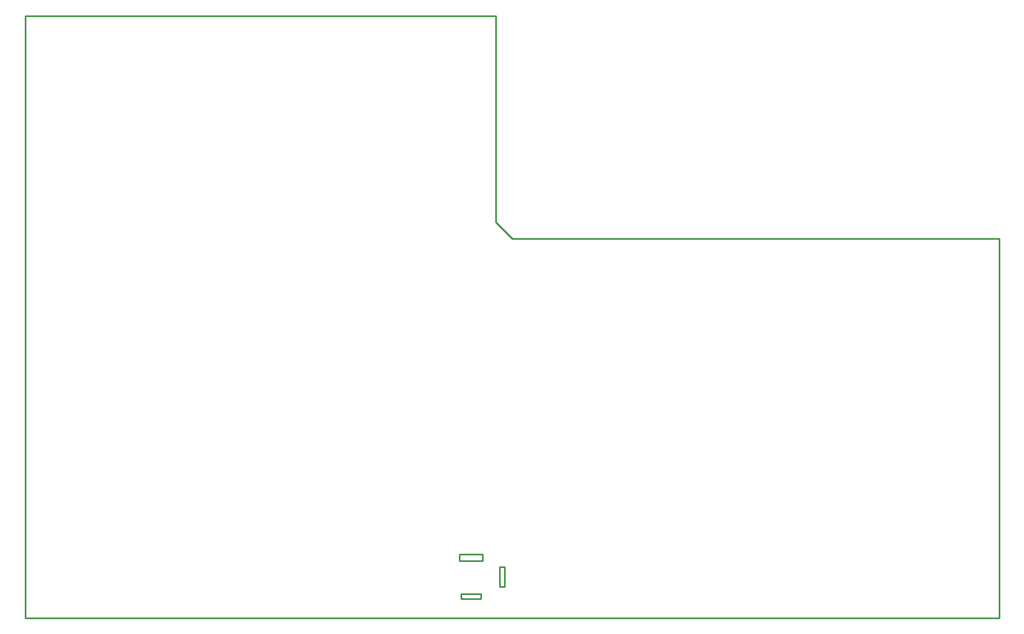
<source format=gbr>
G04 EAGLE Gerber RS-274X export*
G75*
%MOMM*%
%FSLAX34Y34*%
%LPD*%
%IN*%
%IPPOS*%
%AMOC8*
5,1,8,0,0,1.08239X$1,22.5*%
G01*
%ADD10C,0.254000*%


D10*
X50800Y63500D02*
X1549400Y63500D01*
X1549400Y647700D01*
X800100Y647700D01*
X774700Y673100D01*
X774700Y990600D01*
X50800Y990600D01*
X50800Y63500D01*
X780600Y112000D02*
X788600Y112000D01*
X788600Y142000D01*
X780600Y142000D01*
X780600Y112000D01*
X719100Y152000D02*
X754100Y152000D01*
X754100Y162000D01*
X719100Y162000D01*
X719100Y152000D01*
X721600Y93000D02*
X751600Y93000D01*
X751600Y101000D01*
X721600Y101000D01*
X721600Y93000D01*
M02*

</source>
